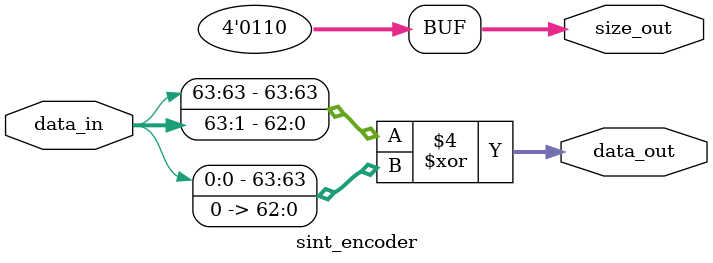
<source format=sv>
module  sint_encoder #(
    parameter ENCODE_SIZE = 64
)(
    input logic signed [ENCODE_SIZE-1:0] data_in,
    output logic signed [ENCODE_SIZE-1:0] data_out,
    output logic [3:0] size_out // in bytes
);

always_comb begin
    data_out = (data_in >>> 1) ^ (data_in << (ENCODE_SIZE-1));
end

assign size_out = $clog2(ENCODE_SIZE);

endmodule
</source>
